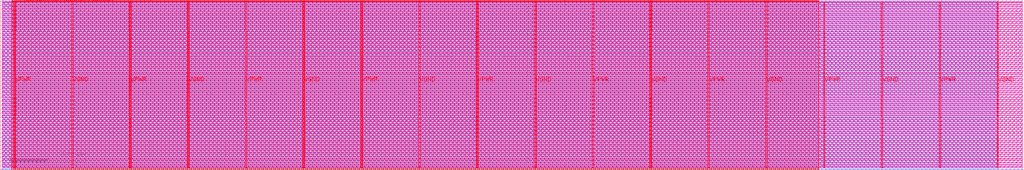
<source format=lef>
VERSION 5.7 ;
  NOWIREEXTENSIONATPIN ON ;
  DIVIDERCHAR "/" ;
  BUSBITCHARS "[]" ;
MACRO tt_um_psychogenic_shaman
  CLASS BLOCK ;
  FOREIGN tt_um_psychogenic_shaman ;
  ORIGIN 0.000 0.000 ;
  SIZE 1359.760 BY 225.760 ;
  PIN VGND
    DIRECTION INOUT ;
    USE GROUND ;
    PORT
      LAYER met4 ;
        RECT 95.080 2.480 96.680 223.280 ;
    END
    PORT
      LAYER met4 ;
        RECT 248.680 2.480 250.280 223.280 ;
    END
    PORT
      LAYER met4 ;
        RECT 402.280 2.480 403.880 223.280 ;
    END
    PORT
      LAYER met4 ;
        RECT 555.880 2.480 557.480 223.280 ;
    END
    PORT
      LAYER met4 ;
        RECT 709.480 2.480 711.080 223.280 ;
    END
    PORT
      LAYER met4 ;
        RECT 863.080 2.480 864.680 223.280 ;
    END
    PORT
      LAYER met4 ;
        RECT 1016.680 2.480 1018.280 223.280 ;
    END
    PORT
      LAYER met4 ;
        RECT 1170.280 2.480 1171.880 223.280 ;
    END
    PORT
      LAYER met4 ;
        RECT 1323.880 2.480 1325.480 223.280 ;
    END
  END VGND
  PIN VPWR
    DIRECTION INOUT ;
    USE POWER ;
    PORT
      LAYER met4 ;
        RECT 18.280 2.480 19.880 223.280 ;
    END
    PORT
      LAYER met4 ;
        RECT 171.880 2.480 173.480 223.280 ;
    END
    PORT
      LAYER met4 ;
        RECT 325.480 2.480 327.080 223.280 ;
    END
    PORT
      LAYER met4 ;
        RECT 479.080 2.480 480.680 223.280 ;
    END
    PORT
      LAYER met4 ;
        RECT 632.680 2.480 634.280 223.280 ;
    END
    PORT
      LAYER met4 ;
        RECT 786.280 2.480 787.880 223.280 ;
    END
    PORT
      LAYER met4 ;
        RECT 939.880 2.480 941.480 223.280 ;
    END
    PORT
      LAYER met4 ;
        RECT 1093.480 2.480 1095.080 223.280 ;
    END
    PORT
      LAYER met4 ;
        RECT 1247.080 2.480 1248.680 223.280 ;
    END
  END VPWR
  PIN clk
    DIRECTION INPUT ;
    USE SIGNAL ;
    ANTENNAGATEAREA 0.852000 ;
    PORT
      LAYER met4 ;
        RECT 145.670 224.760 145.970 225.760 ;
    END
  END clk
  PIN ena
    DIRECTION INPUT ;
    USE SIGNAL ;
    PORT
      LAYER met4 ;
        RECT 148.430 224.760 148.730 225.760 ;
    END
  END ena
  PIN rst_n
    DIRECTION INPUT ;
    USE SIGNAL ;
    ANTENNAGATEAREA 0.495000 ;
    PORT
      LAYER met4 ;
        RECT 142.910 224.760 143.210 225.760 ;
    END
  END rst_n
  PIN ui_in[0]
    DIRECTION INPUT ;
    USE SIGNAL ;
    ANTENNAGATEAREA 0.990000 ;
    PORT
      LAYER met4 ;
        RECT 140.150 224.760 140.450 225.760 ;
    END
  END ui_in[0]
  PIN ui_in[1]
    DIRECTION INPUT ;
    USE SIGNAL ;
    ANTENNAGATEAREA 0.990000 ;
    PORT
      LAYER met4 ;
        RECT 137.390 224.760 137.690 225.760 ;
    END
  END ui_in[1]
  PIN ui_in[2]
    DIRECTION INPUT ;
    USE SIGNAL ;
    ANTENNAGATEAREA 0.990000 ;
    PORT
      LAYER met4 ;
        RECT 134.630 224.760 134.930 225.760 ;
    END
  END ui_in[2]
  PIN ui_in[3]
    DIRECTION INPUT ;
    USE SIGNAL ;
    ANTENNAGATEAREA 0.990000 ;
    PORT
      LAYER met4 ;
        RECT 131.870 224.760 132.170 225.760 ;
    END
  END ui_in[3]
  PIN ui_in[4]
    DIRECTION INPUT ;
    USE SIGNAL ;
    ANTENNAGATEAREA 0.852000 ;
    PORT
      LAYER met4 ;
        RECT 129.110 224.760 129.410 225.760 ;
    END
  END ui_in[4]
  PIN ui_in[5]
    DIRECTION INPUT ;
    USE SIGNAL ;
    ANTENNAGATEAREA 0.852000 ;
    PORT
      LAYER met4 ;
        RECT 126.350 224.760 126.650 225.760 ;
    END
  END ui_in[5]
  PIN ui_in[6]
    DIRECTION INPUT ;
    USE SIGNAL ;
    ANTENNAGATEAREA 0.990000 ;
    PORT
      LAYER met4 ;
        RECT 123.590 224.760 123.890 225.760 ;
    END
  END ui_in[6]
  PIN ui_in[7]
    DIRECTION INPUT ;
    USE SIGNAL ;
    ANTENNAGATEAREA 0.990000 ;
    PORT
      LAYER met4 ;
        RECT 120.830 224.760 121.130 225.760 ;
    END
  END ui_in[7]
  PIN uio_in[0]
    DIRECTION INPUT ;
    USE SIGNAL ;
    PORT
      LAYER met4 ;
        RECT 118.070 224.760 118.370 225.760 ;
    END
  END uio_in[0]
  PIN uio_in[1]
    DIRECTION INPUT ;
    USE SIGNAL ;
    PORT
      LAYER met4 ;
        RECT 115.310 224.760 115.610 225.760 ;
    END
  END uio_in[1]
  PIN uio_in[2]
    DIRECTION INPUT ;
    USE SIGNAL ;
    ANTENNAGATEAREA 0.247500 ;
    PORT
      LAYER met4 ;
        RECT 112.550 224.760 112.850 225.760 ;
    END
  END uio_in[2]
  PIN uio_in[3]
    DIRECTION INPUT ;
    USE SIGNAL ;
    ANTENNAGATEAREA 0.196500 ;
    PORT
      LAYER met4 ;
        RECT 109.790 224.760 110.090 225.760 ;
    END
  END uio_in[3]
  PIN uio_in[4]
    DIRECTION INPUT ;
    USE SIGNAL ;
    PORT
      LAYER met4 ;
        RECT 107.030 224.760 107.330 225.760 ;
    END
  END uio_in[4]
  PIN uio_in[5]
    DIRECTION INPUT ;
    USE SIGNAL ;
    PORT
      LAYER met4 ;
        RECT 104.270 224.760 104.570 225.760 ;
    END
  END uio_in[5]
  PIN uio_in[6]
    DIRECTION INPUT ;
    USE SIGNAL ;
    ANTENNAGATEAREA 0.426000 ;
    PORT
      LAYER met4 ;
        RECT 101.510 224.760 101.810 225.760 ;
    END
  END uio_in[6]
  PIN uio_in[7]
    DIRECTION INPUT ;
    USE SIGNAL ;
    ANTENNAGATEAREA 0.247500 ;
    PORT
      LAYER met4 ;
        RECT 98.750 224.760 99.050 225.760 ;
    END
  END uio_in[7]
  PIN uio_oe[0]
    DIRECTION OUTPUT TRISTATE ;
    USE SIGNAL ;
    PORT
      LAYER met4 ;
        RECT 51.830 224.760 52.130 225.760 ;
    END
  END uio_oe[0]
  PIN uio_oe[1]
    DIRECTION OUTPUT TRISTATE ;
    USE SIGNAL ;
    PORT
      LAYER met4 ;
        RECT 49.070 224.760 49.370 225.760 ;
    END
  END uio_oe[1]
  PIN uio_oe[2]
    DIRECTION OUTPUT TRISTATE ;
    USE SIGNAL ;
    PORT
      LAYER met4 ;
        RECT 46.310 224.760 46.610 225.760 ;
    END
  END uio_oe[2]
  PIN uio_oe[3]
    DIRECTION OUTPUT TRISTATE ;
    USE SIGNAL ;
    PORT
      LAYER met4 ;
        RECT 43.550 224.760 43.850 225.760 ;
    END
  END uio_oe[3]
  PIN uio_oe[4]
    DIRECTION OUTPUT TRISTATE ;
    USE SIGNAL ;
    PORT
      LAYER met4 ;
        RECT 40.790 224.760 41.090 225.760 ;
    END
  END uio_oe[4]
  PIN uio_oe[5]
    DIRECTION OUTPUT TRISTATE ;
    USE SIGNAL ;
    PORT
      LAYER met4 ;
        RECT 38.030 224.760 38.330 225.760 ;
    END
  END uio_oe[5]
  PIN uio_oe[6]
    DIRECTION OUTPUT TRISTATE ;
    USE SIGNAL ;
    PORT
      LAYER met4 ;
        RECT 35.270 224.760 35.570 225.760 ;
    END
  END uio_oe[6]
  PIN uio_oe[7]
    DIRECTION OUTPUT TRISTATE ;
    USE SIGNAL ;
    PORT
      LAYER met4 ;
        RECT 32.510 224.760 32.810 225.760 ;
    END
  END uio_oe[7]
  PIN uio_out[0]
    DIRECTION OUTPUT TRISTATE ;
    USE SIGNAL ;
    ANTENNADIFFAREA 0.891000 ;
    PORT
      LAYER met4 ;
        RECT 73.910 224.760 74.210 225.760 ;
    END
  END uio_out[0]
  PIN uio_out[1]
    DIRECTION OUTPUT TRISTATE ;
    USE SIGNAL ;
    ANTENNADIFFAREA 0.891000 ;
    PORT
      LAYER met4 ;
        RECT 71.150 224.760 71.450 225.760 ;
    END
  END uio_out[1]
  PIN uio_out[2]
    DIRECTION OUTPUT TRISTATE ;
    USE SIGNAL ;
    PORT
      LAYER met4 ;
        RECT 68.390 224.760 68.690 225.760 ;
    END
  END uio_out[2]
  PIN uio_out[3]
    DIRECTION OUTPUT TRISTATE ;
    USE SIGNAL ;
    PORT
      LAYER met4 ;
        RECT 65.630 224.760 65.930 225.760 ;
    END
  END uio_out[3]
  PIN uio_out[4]
    DIRECTION OUTPUT TRISTATE ;
    USE SIGNAL ;
    ANTENNADIFFAREA 0.795200 ;
    PORT
      LAYER met4 ;
        RECT 62.870 224.760 63.170 225.760 ;
    END
  END uio_out[4]
  PIN uio_out[5]
    DIRECTION OUTPUT TRISTATE ;
    USE SIGNAL ;
    ANTENNADIFFAREA 0.795200 ;
    PORT
      LAYER met4 ;
        RECT 60.110 224.760 60.410 225.760 ;
    END
  END uio_out[5]
  PIN uio_out[6]
    DIRECTION OUTPUT TRISTATE ;
    USE SIGNAL ;
    PORT
      LAYER met4 ;
        RECT 57.350 224.760 57.650 225.760 ;
    END
  END uio_out[6]
  PIN uio_out[7]
    DIRECTION OUTPUT TRISTATE ;
    USE SIGNAL ;
    PORT
      LAYER met4 ;
        RECT 54.590 224.760 54.890 225.760 ;
    END
  END uio_out[7]
  PIN uo_out[0]
    DIRECTION OUTPUT TRISTATE ;
    USE SIGNAL ;
    ANTENNADIFFAREA 0.445500 ;
    PORT
      LAYER met4 ;
        RECT 95.990 224.760 96.290 225.760 ;
    END
  END uo_out[0]
  PIN uo_out[1]
    DIRECTION OUTPUT TRISTATE ;
    USE SIGNAL ;
    ANTENNADIFFAREA 0.445500 ;
    PORT
      LAYER met4 ;
        RECT 93.230 224.760 93.530 225.760 ;
    END
  END uo_out[1]
  PIN uo_out[2]
    DIRECTION OUTPUT TRISTATE ;
    USE SIGNAL ;
    ANTENNADIFFAREA 0.891000 ;
    PORT
      LAYER met4 ;
        RECT 90.470 224.760 90.770 225.760 ;
    END
  END uo_out[2]
  PIN uo_out[3]
    DIRECTION OUTPUT TRISTATE ;
    USE SIGNAL ;
    ANTENNADIFFAREA 0.445500 ;
    PORT
      LAYER met4 ;
        RECT 87.710 224.760 88.010 225.760 ;
    END
  END uo_out[3]
  PIN uo_out[4]
    DIRECTION OUTPUT TRISTATE ;
    USE SIGNAL ;
    ANTENNADIFFAREA 0.445500 ;
    PORT
      LAYER met4 ;
        RECT 84.950 224.760 85.250 225.760 ;
    END
  END uo_out[4]
  PIN uo_out[5]
    DIRECTION OUTPUT TRISTATE ;
    USE SIGNAL ;
    ANTENNADIFFAREA 0.445500 ;
    PORT
      LAYER met4 ;
        RECT 82.190 224.760 82.490 225.760 ;
    END
  END uo_out[5]
  PIN uo_out[6]
    DIRECTION OUTPUT TRISTATE ;
    USE SIGNAL ;
    ANTENNADIFFAREA 0.445500 ;
    PORT
      LAYER met4 ;
        RECT 79.430 224.760 79.730 225.760 ;
    END
  END uo_out[6]
  PIN uo_out[7]
    DIRECTION OUTPUT TRISTATE ;
    USE SIGNAL ;
    ANTENNADIFFAREA 0.445500 ;
    PORT
      LAYER met4 ;
        RECT 76.670 224.760 76.970 225.760 ;
    END
  END uo_out[7]
  OBS
      LAYER nwell ;
        RECT 2.570 221.625 1357.190 223.230 ;
        RECT 2.570 216.185 1357.190 219.015 ;
        RECT 2.570 210.745 1357.190 213.575 ;
        RECT 2.570 205.305 1357.190 208.135 ;
        RECT 2.570 199.865 1357.190 202.695 ;
        RECT 2.570 194.425 1357.190 197.255 ;
        RECT 2.570 188.985 1357.190 191.815 ;
        RECT 2.570 183.545 1357.190 186.375 ;
        RECT 2.570 178.105 1357.190 180.935 ;
        RECT 2.570 172.665 1357.190 175.495 ;
        RECT 2.570 167.225 1357.190 170.055 ;
        RECT 2.570 161.785 1357.190 164.615 ;
        RECT 2.570 156.345 1357.190 159.175 ;
        RECT 2.570 150.905 1357.190 153.735 ;
        RECT 2.570 145.465 1357.190 148.295 ;
        RECT 2.570 140.025 1357.190 142.855 ;
        RECT 2.570 134.585 1357.190 137.415 ;
        RECT 2.570 129.145 1357.190 131.975 ;
        RECT 2.570 123.705 1357.190 126.535 ;
        RECT 2.570 118.265 1357.190 121.095 ;
        RECT 2.570 112.825 1357.190 115.655 ;
        RECT 2.570 107.385 1357.190 110.215 ;
        RECT 2.570 101.945 1357.190 104.775 ;
        RECT 2.570 96.505 1357.190 99.335 ;
        RECT 2.570 91.065 1357.190 93.895 ;
        RECT 2.570 85.625 1357.190 88.455 ;
        RECT 2.570 80.185 1357.190 83.015 ;
        RECT 2.570 74.745 1357.190 77.575 ;
        RECT 2.570 69.305 1357.190 72.135 ;
        RECT 2.570 63.865 1357.190 66.695 ;
        RECT 2.570 58.425 1357.190 61.255 ;
        RECT 2.570 52.985 1357.190 55.815 ;
        RECT 2.570 47.545 1357.190 50.375 ;
        RECT 2.570 42.105 1357.190 44.935 ;
        RECT 2.570 36.665 1357.190 39.495 ;
        RECT 2.570 31.225 1357.190 34.055 ;
        RECT 2.570 25.785 1357.190 28.615 ;
        RECT 2.570 20.345 1357.190 23.175 ;
        RECT 2.570 14.905 1357.190 17.735 ;
        RECT 2.570 9.465 1357.190 12.295 ;
        RECT 2.570 4.025 1357.190 6.855 ;
      LAYER li1 ;
        RECT 2.760 2.635 1357.000 223.125 ;
      LAYER met1 ;
        RECT 2.760 0.040 1357.000 225.720 ;
      LAYER met2 ;
        RECT 4.230 0.010 1325.450 225.750 ;
      LAYER met3 ;
        RECT 4.205 0.175 1325.470 225.585 ;
      LAYER met4 ;
        RECT 15.015 224.360 32.110 224.760 ;
        RECT 33.210 224.360 34.870 224.760 ;
        RECT 35.970 224.360 37.630 224.760 ;
        RECT 38.730 224.360 40.390 224.760 ;
        RECT 41.490 224.360 43.150 224.760 ;
        RECT 44.250 224.360 45.910 224.760 ;
        RECT 47.010 224.360 48.670 224.760 ;
        RECT 49.770 224.360 51.430 224.760 ;
        RECT 52.530 224.360 54.190 224.760 ;
        RECT 55.290 224.360 56.950 224.760 ;
        RECT 58.050 224.360 59.710 224.760 ;
        RECT 60.810 224.360 62.470 224.760 ;
        RECT 63.570 224.360 65.230 224.760 ;
        RECT 66.330 224.360 67.990 224.760 ;
        RECT 69.090 224.360 70.750 224.760 ;
        RECT 71.850 224.360 73.510 224.760 ;
        RECT 74.610 224.360 76.270 224.760 ;
        RECT 77.370 224.360 79.030 224.760 ;
        RECT 80.130 224.360 81.790 224.760 ;
        RECT 82.890 224.360 84.550 224.760 ;
        RECT 85.650 224.360 87.310 224.760 ;
        RECT 88.410 224.360 90.070 224.760 ;
        RECT 91.170 224.360 92.830 224.760 ;
        RECT 93.930 224.360 95.590 224.760 ;
        RECT 96.690 224.360 98.350 224.760 ;
        RECT 99.450 224.360 101.110 224.760 ;
        RECT 102.210 224.360 103.870 224.760 ;
        RECT 104.970 224.360 106.630 224.760 ;
        RECT 107.730 224.360 109.390 224.760 ;
        RECT 110.490 224.360 112.150 224.760 ;
        RECT 113.250 224.360 114.910 224.760 ;
        RECT 116.010 224.360 117.670 224.760 ;
        RECT 118.770 224.360 120.430 224.760 ;
        RECT 121.530 224.360 123.190 224.760 ;
        RECT 124.290 224.360 125.950 224.760 ;
        RECT 127.050 224.360 128.710 224.760 ;
        RECT 129.810 224.360 131.470 224.760 ;
        RECT 132.570 224.360 134.230 224.760 ;
        RECT 135.330 224.360 136.990 224.760 ;
        RECT 138.090 224.360 139.750 224.760 ;
        RECT 140.850 224.360 142.510 224.760 ;
        RECT 143.610 224.360 145.270 224.760 ;
        RECT 146.370 224.360 148.030 224.760 ;
        RECT 149.130 224.360 1087.145 224.760 ;
        RECT 15.015 223.680 1087.145 224.360 ;
        RECT 15.015 2.080 17.880 223.680 ;
        RECT 20.280 2.080 94.680 223.680 ;
        RECT 97.080 2.080 171.480 223.680 ;
        RECT 173.880 2.080 248.280 223.680 ;
        RECT 250.680 2.080 325.080 223.680 ;
        RECT 327.480 2.080 401.880 223.680 ;
        RECT 404.280 2.080 478.680 223.680 ;
        RECT 481.080 2.080 555.480 223.680 ;
        RECT 557.880 2.080 632.280 223.680 ;
        RECT 634.680 2.080 709.080 223.680 ;
        RECT 711.480 2.080 785.880 223.680 ;
        RECT 788.280 2.080 862.680 223.680 ;
        RECT 865.080 2.080 939.480 223.680 ;
        RECT 941.880 2.080 1016.280 223.680 ;
        RECT 1018.680 2.080 1087.145 223.680 ;
        RECT 15.015 0.175 1087.145 2.080 ;
  END
END tt_um_psychogenic_shaman
END LIBRARY


</source>
